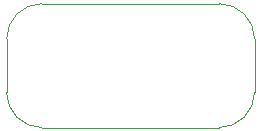
<source format=gbr>
%TF.GenerationSoftware,KiCad,Pcbnew,8.0.0-8.0.0-1~ubuntu22.04.1*%
%TF.CreationDate,2024-03-31T18:49:52+02:00*%
%TF.ProjectId,PCB LED,50434220-4c45-4442-9e6b-696361645f70,rev?*%
%TF.SameCoordinates,Original*%
%TF.FileFunction,Profile,NP*%
%FSLAX46Y46*%
G04 Gerber Fmt 4.6, Leading zero omitted, Abs format (unit mm)*
G04 Created by KiCad (PCBNEW 8.0.0-8.0.0-1~ubuntu22.04.1) date 2024-03-31 18:49:52*
%MOMM*%
%LPD*%
G01*
G04 APERTURE LIST*
%TA.AperFunction,Profile*%
%ADD10C,0.050000*%
%TD*%
G04 APERTURE END LIST*
D10*
X60000000Y-85000000D02*
X45000000Y-85000000D01*
X45000000Y-95500000D02*
G75*
G02*
X42000000Y-92500000I0J3000000D01*
G01*
X63000000Y-92500000D02*
G75*
G02*
X60000000Y-95500000I-3000000J0D01*
G01*
X42000000Y-92500000D02*
X42000000Y-88000000D01*
X60000000Y-85000000D02*
G75*
G02*
X63000000Y-88000000I0J-3000000D01*
G01*
X63000000Y-88000000D02*
X63000000Y-92500000D01*
X60000000Y-95500000D02*
X45000000Y-95500000D01*
X42000000Y-88000000D02*
G75*
G02*
X45000000Y-85000000I3000000J0D01*
G01*
M02*

</source>
